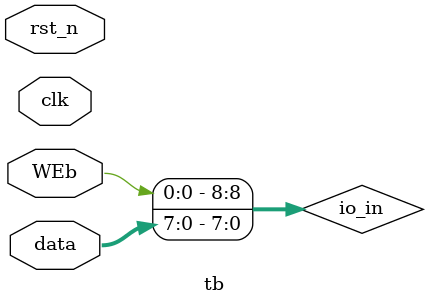
<source format=v>
`default_nettype none
`timescale 1ns/100ps

module tb(
	input WEb,
	input [7:0] data,

	input clk,
	input rst_n
);

`ifdef TRACE_ON
	initial begin
		$dumpfile("tb.vcd");
		$dumpvars(0, tb);
		#1;
	end
`endif

wire [8:0] io_in = {WEb, data};
wire [24:0] io_out;

wire DAC_clk = io_out[22];
wire DAC_dat = io_out[24];
wire DAC_le = io_out[23];

wrapped_sn76489 wrapped_sn76489(
	.wb_clk_i(clk),
	.rst_n(rst_n),
	.io_in(io_in),
	.io_out(io_out),
	.custom_settings(2'b00)
);

DAC7611 DAC7611(
	.clk(DAC_clk),
	.dat(DAC_dat),
	.leb(DAC_le),
	.rst_b(rst_n)
);

endmodule

</source>
